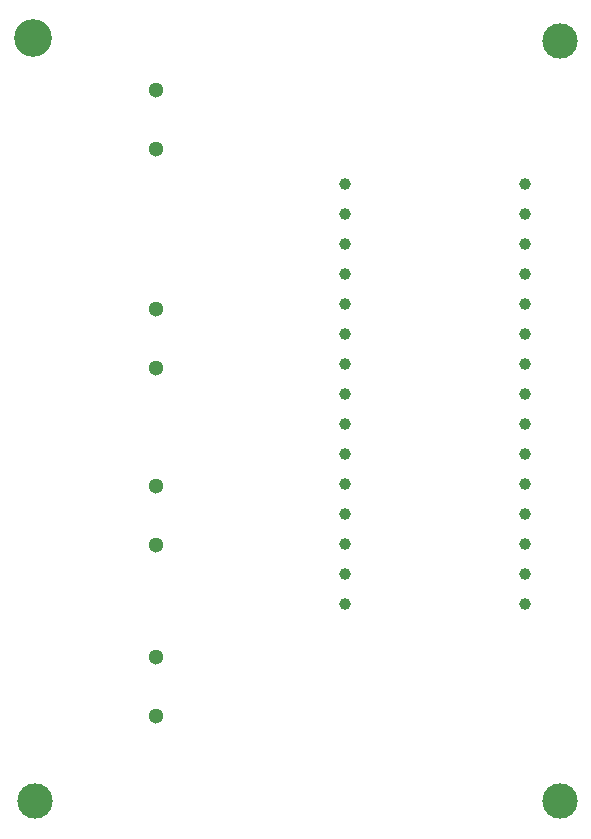
<source format=gbr>
%TF.GenerationSoftware,KiCad,Pcbnew,9.0.0*%
%TF.CreationDate,2025-04-01T16:17:43+02:00*%
%TF.ProjectId,three_camera_trigger_arduino,74687265-655f-4636-916d-6572615f7472,rev?*%
%TF.SameCoordinates,Original*%
%TF.FileFunction,Plated,1,2,PTH,Drill*%
%TF.FilePolarity,Positive*%
%FSLAX46Y46*%
G04 Gerber Fmt 4.6, Leading zero omitted, Abs format (unit mm)*
G04 Created by KiCad (PCBNEW 9.0.0) date 2025-04-01 16:17:43*
%MOMM*%
%LPD*%
G01*
G04 APERTURE LIST*
%TA.AperFunction,ComponentDrill*%
%ADD10C,1.000000*%
%TD*%
%TA.AperFunction,ComponentDrill*%
%ADD11C,1.300000*%
%TD*%
%TA.AperFunction,ComponentDrill*%
%ADD12C,3.000000*%
%TD*%
%TA.AperFunction,ComponentDrill*%
%ADD13C,3.200000*%
%TD*%
G04 APERTURE END LIST*
D10*
%TO.C,A1*%
X108500000Y-87420000D03*
X108500000Y-89960000D03*
X108500000Y-92500000D03*
X108500000Y-95040000D03*
X108500000Y-97580000D03*
X108500000Y-100120000D03*
X108500000Y-102660000D03*
X108500000Y-105200000D03*
X108500000Y-107740000D03*
X108500000Y-110280000D03*
X108500000Y-112820000D03*
X108500000Y-115360000D03*
X108500000Y-117900000D03*
X108500000Y-120440000D03*
X108500000Y-122980000D03*
X123740000Y-87420000D03*
X123740000Y-89960000D03*
X123740000Y-92500000D03*
X123740000Y-95040000D03*
X123740000Y-97580000D03*
X123740000Y-100120000D03*
X123740000Y-102660000D03*
X123740000Y-105200000D03*
X123740000Y-107740000D03*
X123740000Y-110280000D03*
X123740000Y-112820000D03*
X123740000Y-115360000D03*
X123740000Y-117900000D03*
X123740000Y-120440000D03*
X123740000Y-122980000D03*
D11*
%TO.C,J1*%
X92500000Y-79500000D03*
X92500000Y-84500000D03*
%TO.C,J2*%
X92500000Y-98000000D03*
X92500000Y-103000000D03*
%TO.C,J3*%
X92500000Y-113000000D03*
X92500000Y-118000000D03*
%TO.C,J4*%
X92500000Y-127500000D03*
X92500000Y-132500000D03*
D12*
%TO.C,REF\u002A\u002A*%
X82300000Y-139700000D03*
X126700000Y-75300000D03*
X126700000Y-139700000D03*
D13*
X82100000Y-75100000D03*
M02*

</source>
